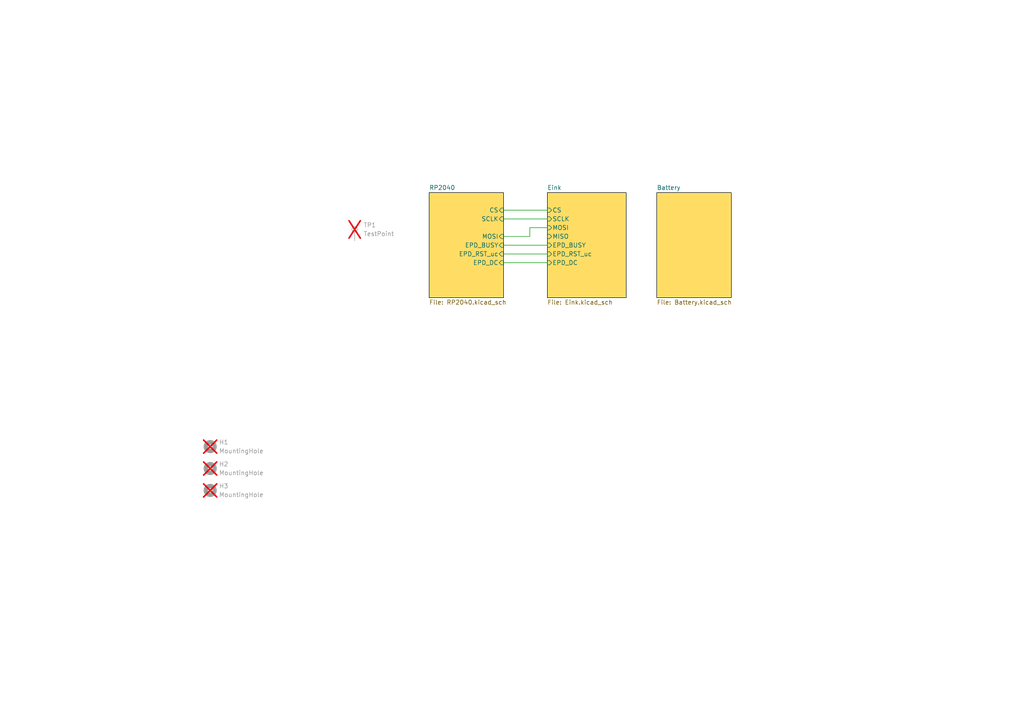
<source format=kicad_sch>
(kicad_sch (version 20231120) (generator "eeschema") (generator_version "8.0")
  (paper "A4")
  (lib_symbols
    (symbol "Connector:TestPoint" (pin_numbers hide) (pin_names (offset 0.762) hide)
      (property "Reference" "TP" (at 0 6.858 0))
      (property "Value" "TestPoint" (at 0 5.08 0))
      (symbol "TestPoint_0_1"
        (circle (center 0 3.302) (radius 0.762))
      )
      (symbol "TestPoint_1_1"
        (pin passive line (at 0 0 90) (length 2.54) (name "1") (number "1"))
      )
    )
    (symbol "Mechanical:MountingHole" (pin_names (offset 1.016)) (exclude_from_sim yes) (in_bom no)
      (property "Reference" "H" (at 0 5.08 0))
      (property "Value" "MountingHole" (at 0 3.175 0))
      (symbol "MountingHole_0_1"
        (circle (center 0 0) (radius 1.27) (stroke (width 1.27)))
      )
    )
  )
  (wire (pts (xy 146.05 76.2) (xy 158.75 76.2)))
  (wire (pts (xy 146.05 71.12) (xy 158.75 71.12)))
  (wire (pts (xy 146.05 63.5) (xy 158.75 63.5)))
  (wire (pts (xy 153.67 66.04) (xy 158.75 66.04)))
  (wire (pts (xy 146.05 60.96) (xy 158.75 60.96)))
  (wire (pts (xy 146.05 73.66) (xy 158.75 73.66)))
  (wire (pts (xy 146.05 68.58) (xy 153.67 68.58)))
  (wire (pts (xy 153.67 68.58) (xy 153.67 66.04)))
  (symbol (lib_id "Mechanical:MountingHole") (at 60.96 135.89 0) (unit 1) (exclude_from_sim yes) (in_bom no) (dnp yes)
    (property "Reference" "H2" (at 63.5 134.6199 0) (effects (justify left)))
    (property "Value" "MountingHole" (at 63.5 137.1599 0) (effects (justify left)))
    (property "Footprint" "MountingHole:MountingHole_2.1mm" (effects (hide yes)))
    (property "Description" "Mounting Hole without connection" (effects (hide yes)))
  )
  (symbol (lib_id "Mechanical:MountingHole") (at 60.96 142.24 0) (unit 1) (exclude_from_sim yes) (in_bom no) (dnp yes)
    (property "Reference" "H3" (at 63.5 140.9699 0) (effects (justify left)))
    (property "Value" "MountingHole" (at 63.5 143.5099 0) (effects (justify left)))
    (property "Footprint" "MountingHole:MountingHole_2.1mm" (effects (hide yes)))
    (property "Description" "Mounting Hole without connection" (effects (hide yes)))
  )
  (symbol (lib_id "Connector:TestPoint") (at 102.87 69.85 0) (unit 1) (dnp yes)
    (property "Reference" "TP1" (at 105.41 65.2779 0) (effects (justify left)))
    (property "Value" "TestPoint" (at 105.41 67.8179 0) (effects (justify left)))
    (property "Footprint" "Brammm:display" (effects (hide yes)))
    (property "Description" "test point" (effects (hide yes)))
    (property "MPN" "dnf" (effects (hide yes)))
  )
  (symbol (lib_id "Mechanical:MountingHole") (at 60.96 129.54 0) (unit 1) (exclude_from_sim yes) (in_bom no) (dnp yes)
    (property "Reference" "H1" (at 63.5 128.2699 0) (effects (justify left)))
    (property "Value" "MountingHole" (at 63.5 130.8099 0) (effects (justify left)))
    (property "Footprint" "MountingHole:MountingHole_2.1mm" (effects (hide yes)))
    (property "Description" "Mounting Hole without connection" (effects (hide yes)))
  )
  (sheet (at 124.46 55.88) (size 21.59 30.48) (stroke (width 0.1524) (color 0 0 0 1)) (fill (color 255 221 101 1.0000))
    (property "Sheetname" "RP2040" (at 124.46 55.1684 0) (effects (justify left bottom)))
    (property "Sheetfile" "RP2040.kicad_sch" (at 124.46 86.9446 0) (effects (justify left top)))
    (pin "CS" input (at 146.05 60.96 0))
    (pin "SCLK" input (at 146.05 63.5 0))
    (pin "MOSI" input (at 146.05 68.58 0))
    (pin "EPD_DC" input (at 146.05 76.2 0))
    (pin "EPD_RST_uc" input (at 146.05 73.66 0))
    (pin "EPD_BUSY" input (at 146.05 71.12 0))
  )
  (sheet (at 158.75 55.88) (size 22.86 30.48) (stroke (width 0.1524) (color 0 0 0 1)) (fill (color 255 221 101 1.0000))
    (property "Sheetname" "Eink" (at 158.75 55.1684 0) (effects (justify left bottom)))
    (property "Sheetfile" "Eink.kicad_sch" (at 158.75 86.9446 0) (effects (justify left top)))
    (pin "CS" input (at 158.75 60.96 180))
    (pin "SCLK" input (at 158.75 63.5 180))
    (pin "MOSI" input (at 158.75 66.04 180))
    (pin "MISO" input (at 158.75 68.58 180))
    (pin "EPD_BUSY" input (at 158.75 71.12 180))
    (pin "EPD_RST_uc" input (at 158.75 73.66 180))
    (pin "EPD_DC" input (at 158.75 76.2 180))
  )
  (sheet (at 190.5 55.88) (size 21.59 30.48) (stroke (width 0.1524) (color 0 0 0 1)) (fill (color 255 221 101 1.0000))
    (property "Sheetname" "Battery" (at 190.5 55.1684 0) (effects (justify left bottom)))
    (property "Sheetfile" "Battery.kicad_sch" (at 190.5 86.9446 0) (effects (justify left top)))
  )
)
</source>
